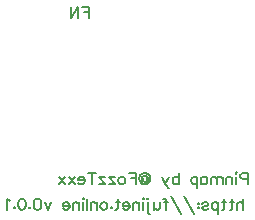
<source format=gbo>
G04 Layer: BottomSilkscreenLayer*
G04 EasyEDA v6.5.46, 2024-09-28 23:34:46*
G04 85c0222427234e8a8314e13dbd9b54d2,10*
G04 Gerber Generator version 0.2*
G04 Scale: 100 percent, Rotated: No, Reflected: No *
G04 Dimensions in millimeters *
G04 leading zeros omitted , absolute positions ,4 integer and 5 decimal *
%FSLAX45Y45*%
%MOMM*%

%ADD10C,0.2032*%

%LPD*%
D10*
X2654300Y-6947590D02*
G01*
X2654300Y-7043046D01*
X2654300Y-6947590D02*
G01*
X2613390Y-6947590D01*
X2599753Y-6952137D01*
X2595209Y-6956681D01*
X2590662Y-6965772D01*
X2590662Y-6979409D01*
X2595209Y-6988500D01*
X2599753Y-6993046D01*
X2613390Y-6997590D01*
X2654300Y-6997590D01*
X2560662Y-6947590D02*
G01*
X2556118Y-6952137D01*
X2551572Y-6947590D01*
X2556118Y-6943046D01*
X2560662Y-6947590D01*
X2556118Y-6979409D02*
G01*
X2556118Y-7043046D01*
X2521572Y-6979409D02*
G01*
X2521572Y-7043046D01*
X2521572Y-6997590D02*
G01*
X2507937Y-6983953D01*
X2498846Y-6979409D01*
X2485209Y-6979409D01*
X2476118Y-6983953D01*
X2471572Y-6997590D01*
X2471572Y-7043046D01*
X2441572Y-6979409D02*
G01*
X2441572Y-7043046D01*
X2441572Y-6997590D02*
G01*
X2427937Y-6983953D01*
X2418847Y-6979409D01*
X2405209Y-6979409D01*
X2396119Y-6983953D01*
X2391572Y-6997590D01*
X2391572Y-7043046D01*
X2391572Y-6997590D02*
G01*
X2377937Y-6983953D01*
X2368847Y-6979409D01*
X2355209Y-6979409D01*
X2346119Y-6983953D01*
X2341572Y-6997590D01*
X2341572Y-7043046D01*
X2257028Y-6979409D02*
G01*
X2257028Y-7043046D01*
X2257028Y-6993046D02*
G01*
X2266119Y-6983953D01*
X2275210Y-6979409D01*
X2288847Y-6979409D01*
X2297938Y-6983953D01*
X2307028Y-6993046D01*
X2311572Y-7006681D01*
X2311572Y-7015772D01*
X2307028Y-7029409D01*
X2297938Y-7038500D01*
X2288847Y-7043046D01*
X2275210Y-7043046D01*
X2266119Y-7038500D01*
X2257028Y-7029409D01*
X2227028Y-6979409D02*
G01*
X2227028Y-7074862D01*
X2227028Y-6993046D02*
G01*
X2217938Y-6983953D01*
X2208847Y-6979409D01*
X2195210Y-6979409D01*
X2186119Y-6983953D01*
X2177028Y-6993046D01*
X2172482Y-7006681D01*
X2172482Y-7015772D01*
X2177028Y-7029409D01*
X2186119Y-7038500D01*
X2195210Y-7043046D01*
X2208847Y-7043046D01*
X2217938Y-7038500D01*
X2227028Y-7029409D01*
X2072482Y-6947590D02*
G01*
X2072482Y-7043046D01*
X2072482Y-6993046D02*
G01*
X2063391Y-6983953D01*
X2054301Y-6979409D01*
X2040663Y-6979409D01*
X2031573Y-6983953D01*
X2022482Y-6993046D01*
X2017938Y-7006681D01*
X2017938Y-7015772D01*
X2022482Y-7029409D01*
X2031573Y-7038500D01*
X2040663Y-7043046D01*
X2054301Y-7043046D01*
X2063391Y-7038500D01*
X2072482Y-7029409D01*
X1983392Y-6979409D02*
G01*
X1956120Y-7043046D01*
X1928848Y-6979409D02*
G01*
X1956120Y-7043046D01*
X1965210Y-7061227D01*
X1974301Y-7070318D01*
X1983392Y-7074862D01*
X1987938Y-7074862D01*
X1760664Y-6983953D02*
G01*
X1765211Y-6974862D01*
X1774301Y-6970318D01*
X1787939Y-6970318D01*
X1797029Y-6974862D01*
X1801573Y-6979409D01*
X1806120Y-6993046D01*
X1806120Y-7006681D01*
X1801573Y-7015772D01*
X1792483Y-7020318D01*
X1778848Y-7020318D01*
X1769755Y-7015772D01*
X1765211Y-7006681D01*
X1787939Y-6970318D02*
G01*
X1797029Y-6979409D01*
X1801573Y-6993046D01*
X1801573Y-7006681D01*
X1797029Y-7015772D01*
X1792483Y-7020318D01*
X1760664Y-6970318D02*
G01*
X1765211Y-7006681D01*
X1765211Y-7015772D01*
X1756120Y-7020318D01*
X1747029Y-7020318D01*
X1737939Y-7011228D01*
X1733392Y-6997590D01*
X1733392Y-6988500D01*
X1737939Y-6974862D01*
X1742483Y-6965772D01*
X1751573Y-6956681D01*
X1760664Y-6952137D01*
X1774301Y-6947590D01*
X1787939Y-6947590D01*
X1801573Y-6952137D01*
X1810664Y-6956681D01*
X1819755Y-6965772D01*
X1824301Y-6974862D01*
X1828848Y-6988500D01*
X1828848Y-7002137D01*
X1824301Y-7015772D01*
X1819755Y-7024862D01*
X1810664Y-7033953D01*
X1801573Y-7038500D01*
X1787939Y-7043046D01*
X1774301Y-7043046D01*
X1760664Y-7038500D01*
X1751573Y-7033953D01*
X1747029Y-7029409D01*
X1756120Y-6970318D02*
G01*
X1760664Y-7006681D01*
X1760664Y-7015772D01*
X1756120Y-7020318D01*
X1703392Y-6947590D02*
G01*
X1703392Y-7043046D01*
X1703392Y-6947590D02*
G01*
X1644302Y-6947590D01*
X1703392Y-6993046D02*
G01*
X1667029Y-6993046D01*
X1591574Y-6979409D02*
G01*
X1600664Y-6983953D01*
X1609755Y-6993046D01*
X1614302Y-7006681D01*
X1614302Y-7015772D01*
X1609755Y-7029409D01*
X1600664Y-7038500D01*
X1591574Y-7043046D01*
X1577939Y-7043046D01*
X1568848Y-7038500D01*
X1559755Y-7029409D01*
X1555211Y-7015772D01*
X1555211Y-7006681D01*
X1559755Y-6993046D01*
X1568848Y-6983953D01*
X1577939Y-6979409D01*
X1591574Y-6979409D01*
X1475211Y-6979409D02*
G01*
X1525211Y-7043046D01*
X1525211Y-6979409D02*
G01*
X1475211Y-6979409D01*
X1525211Y-7043046D02*
G01*
X1475211Y-7043046D01*
X1395211Y-6979409D02*
G01*
X1445211Y-7043046D01*
X1445211Y-6979409D02*
G01*
X1395211Y-6979409D01*
X1445211Y-7043046D02*
G01*
X1395211Y-7043046D01*
X1333393Y-6947590D02*
G01*
X1333393Y-7043046D01*
X1365211Y-6947590D02*
G01*
X1301574Y-6947590D01*
X1271574Y-7006681D02*
G01*
X1217030Y-7006681D01*
X1217030Y-6997590D01*
X1221574Y-6988500D01*
X1226121Y-6983953D01*
X1235212Y-6979409D01*
X1248849Y-6979409D01*
X1257940Y-6983953D01*
X1267030Y-6993046D01*
X1271574Y-7006681D01*
X1271574Y-7015772D01*
X1267030Y-7029409D01*
X1257940Y-7038500D01*
X1248849Y-7043046D01*
X1235212Y-7043046D01*
X1226121Y-7038500D01*
X1217030Y-7029409D01*
X1187030Y-6979409D02*
G01*
X1137030Y-7043046D01*
X1137030Y-6979409D02*
G01*
X1187030Y-7043046D01*
X1107031Y-6979409D02*
G01*
X1057031Y-7043046D01*
X1057031Y-6979409D02*
G01*
X1107031Y-7043046D01*
X2615239Y-7163490D02*
G01*
X2615239Y-7258946D01*
X2615239Y-7213490D02*
G01*
X2601602Y-7199853D01*
X2592511Y-7195309D01*
X2578877Y-7195309D01*
X2569786Y-7199853D01*
X2565239Y-7213490D01*
X2565239Y-7258946D01*
X2521602Y-7163490D02*
G01*
X2521602Y-7240762D01*
X2517058Y-7254400D01*
X2507968Y-7258946D01*
X2498877Y-7258946D01*
X2535240Y-7195309D02*
G01*
X2503421Y-7195309D01*
X2455240Y-7163490D02*
G01*
X2455240Y-7240762D01*
X2450693Y-7254400D01*
X2441602Y-7258946D01*
X2432512Y-7258946D01*
X2468877Y-7195309D02*
G01*
X2437058Y-7195309D01*
X2402512Y-7195309D02*
G01*
X2402512Y-7290762D01*
X2402512Y-7208946D02*
G01*
X2393421Y-7199853D01*
X2384331Y-7195309D01*
X2370693Y-7195309D01*
X2361603Y-7199853D01*
X2352512Y-7208946D01*
X2347968Y-7222581D01*
X2347968Y-7231672D01*
X2352512Y-7245309D01*
X2361603Y-7254400D01*
X2370693Y-7258946D01*
X2384331Y-7258946D01*
X2393421Y-7254400D01*
X2402512Y-7245309D01*
X2267968Y-7208946D02*
G01*
X2272512Y-7199853D01*
X2286149Y-7195309D01*
X2299787Y-7195309D01*
X2313421Y-7199853D01*
X2317968Y-7208946D01*
X2313421Y-7218037D01*
X2304331Y-7222581D01*
X2281603Y-7227128D01*
X2272512Y-7231672D01*
X2267968Y-7240762D01*
X2267968Y-7245309D01*
X2272512Y-7254400D01*
X2286149Y-7258946D01*
X2299787Y-7258946D01*
X2313421Y-7254400D01*
X2317968Y-7245309D01*
X2233422Y-7204400D02*
G01*
X2237968Y-7208946D01*
X2233422Y-7213490D01*
X2228877Y-7208946D01*
X2233422Y-7204400D01*
X2233422Y-7236218D02*
G01*
X2237968Y-7240762D01*
X2233422Y-7245309D01*
X2228877Y-7240762D01*
X2233422Y-7236218D01*
X2117059Y-7145309D02*
G01*
X2198877Y-7290762D01*
X2005241Y-7145309D02*
G01*
X2087059Y-7290762D01*
X1938878Y-7163490D02*
G01*
X1947969Y-7163490D01*
X1957059Y-7168037D01*
X1961603Y-7181672D01*
X1961603Y-7258946D01*
X1975241Y-7195309D02*
G01*
X1943422Y-7195309D01*
X1908878Y-7195309D02*
G01*
X1908878Y-7240762D01*
X1904331Y-7254400D01*
X1895241Y-7258946D01*
X1881604Y-7258946D01*
X1872513Y-7254400D01*
X1858878Y-7240762D01*
X1858878Y-7195309D02*
G01*
X1858878Y-7258946D01*
X1810694Y-7163490D02*
G01*
X1806150Y-7168037D01*
X1801604Y-7163490D01*
X1806150Y-7158946D01*
X1810694Y-7163490D01*
X1806150Y-7195309D02*
G01*
X1806150Y-7272581D01*
X1810694Y-7286218D01*
X1819788Y-7290762D01*
X1828878Y-7290762D01*
X1771604Y-7163490D02*
G01*
X1767060Y-7168037D01*
X1762513Y-7163490D01*
X1767060Y-7158946D01*
X1771604Y-7163490D01*
X1767060Y-7195309D02*
G01*
X1767060Y-7258946D01*
X1732513Y-7195309D02*
G01*
X1732513Y-7258946D01*
X1732513Y-7213490D02*
G01*
X1718878Y-7199853D01*
X1709788Y-7195309D01*
X1696151Y-7195309D01*
X1687060Y-7199853D01*
X1682513Y-7213490D01*
X1682513Y-7258946D01*
X1652513Y-7222581D02*
G01*
X1597969Y-7222581D01*
X1597969Y-7213490D01*
X1602513Y-7204400D01*
X1607060Y-7199853D01*
X1616151Y-7195309D01*
X1629788Y-7195309D01*
X1638879Y-7199853D01*
X1647969Y-7208946D01*
X1652513Y-7222581D01*
X1652513Y-7231672D01*
X1647969Y-7245309D01*
X1638879Y-7254400D01*
X1629788Y-7258946D01*
X1616151Y-7258946D01*
X1607060Y-7254400D01*
X1597969Y-7245309D01*
X1554332Y-7163490D02*
G01*
X1554332Y-7240762D01*
X1549788Y-7254400D01*
X1540695Y-7258946D01*
X1531604Y-7258946D01*
X1567969Y-7195309D02*
G01*
X1536151Y-7195309D01*
X1497060Y-7236218D02*
G01*
X1501604Y-7240762D01*
X1497060Y-7245309D01*
X1492514Y-7240762D01*
X1497060Y-7236218D01*
X1439788Y-7195309D02*
G01*
X1448879Y-7199853D01*
X1457970Y-7208946D01*
X1462514Y-7222581D01*
X1462514Y-7231672D01*
X1457970Y-7245309D01*
X1448879Y-7254400D01*
X1439788Y-7258946D01*
X1426151Y-7258946D01*
X1417060Y-7254400D01*
X1407970Y-7245309D01*
X1403423Y-7231672D01*
X1403423Y-7222581D01*
X1407970Y-7208946D01*
X1417060Y-7199853D01*
X1426151Y-7195309D01*
X1439788Y-7195309D01*
X1373423Y-7195309D02*
G01*
X1373423Y-7258946D01*
X1373423Y-7213490D02*
G01*
X1359788Y-7199853D01*
X1350695Y-7195309D01*
X1337061Y-7195309D01*
X1327970Y-7199853D01*
X1323423Y-7213490D01*
X1323423Y-7258946D01*
X1293423Y-7163490D02*
G01*
X1293423Y-7258946D01*
X1263423Y-7163490D02*
G01*
X1258879Y-7168037D01*
X1254333Y-7163490D01*
X1258879Y-7158946D01*
X1263423Y-7163490D01*
X1258879Y-7195309D02*
G01*
X1258879Y-7258946D01*
X1224333Y-7195309D02*
G01*
X1224333Y-7258946D01*
X1224333Y-7213490D02*
G01*
X1210696Y-7199853D01*
X1201605Y-7195309D01*
X1187970Y-7195309D01*
X1178880Y-7199853D01*
X1174333Y-7213490D01*
X1174333Y-7258946D01*
X1144333Y-7222581D02*
G01*
X1089789Y-7222581D01*
X1089789Y-7213490D01*
X1094333Y-7204400D01*
X1098880Y-7199853D01*
X1107970Y-7195309D01*
X1121605Y-7195309D01*
X1130696Y-7199853D01*
X1139789Y-7208946D01*
X1144333Y-7222581D01*
X1144333Y-7231672D01*
X1139789Y-7245309D01*
X1130696Y-7254400D01*
X1121605Y-7258946D01*
X1107970Y-7258946D01*
X1098880Y-7254400D01*
X1089789Y-7245309D01*
X989789Y-7195309D02*
G01*
X962515Y-7258946D01*
X935243Y-7195309D02*
G01*
X962515Y-7258946D01*
X877971Y-7163490D02*
G01*
X891606Y-7168037D01*
X900696Y-7181672D01*
X905243Y-7204400D01*
X905243Y-7218037D01*
X900696Y-7240762D01*
X891606Y-7254400D01*
X877971Y-7258946D01*
X868880Y-7258946D01*
X855243Y-7254400D01*
X846152Y-7240762D01*
X841606Y-7218037D01*
X841606Y-7204400D01*
X846152Y-7181672D01*
X855243Y-7168037D01*
X868880Y-7163490D01*
X877971Y-7163490D01*
X807062Y-7236218D02*
G01*
X811606Y-7240762D01*
X807062Y-7245309D01*
X802515Y-7240762D01*
X807062Y-7236218D01*
X745243Y-7163490D02*
G01*
X758880Y-7168037D01*
X767971Y-7181672D01*
X772515Y-7204400D01*
X772515Y-7218037D01*
X767971Y-7240762D01*
X758880Y-7254400D01*
X745243Y-7258946D01*
X736152Y-7258946D01*
X722515Y-7254400D01*
X713425Y-7240762D01*
X708880Y-7218037D01*
X708880Y-7204400D01*
X713425Y-7181672D01*
X722515Y-7168037D01*
X736152Y-7163490D01*
X745243Y-7163490D01*
X674334Y-7236218D02*
G01*
X678881Y-7240762D01*
X674334Y-7245309D01*
X669790Y-7240762D01*
X674334Y-7236218D01*
X639790Y-7181672D02*
G01*
X630697Y-7177128D01*
X617062Y-7163490D01*
X617062Y-7258946D01*
X1307139Y-5537890D02*
G01*
X1307139Y-5633346D01*
X1307139Y-5537890D02*
G01*
X1248049Y-5537890D01*
X1307139Y-5583346D02*
G01*
X1270777Y-5583346D01*
X1218049Y-5537890D02*
G01*
X1218049Y-5633346D01*
X1218049Y-5537890D02*
G01*
X1154412Y-5633346D01*
X1154412Y-5537890D02*
G01*
X1154412Y-5633346D01*
M02*

</source>
